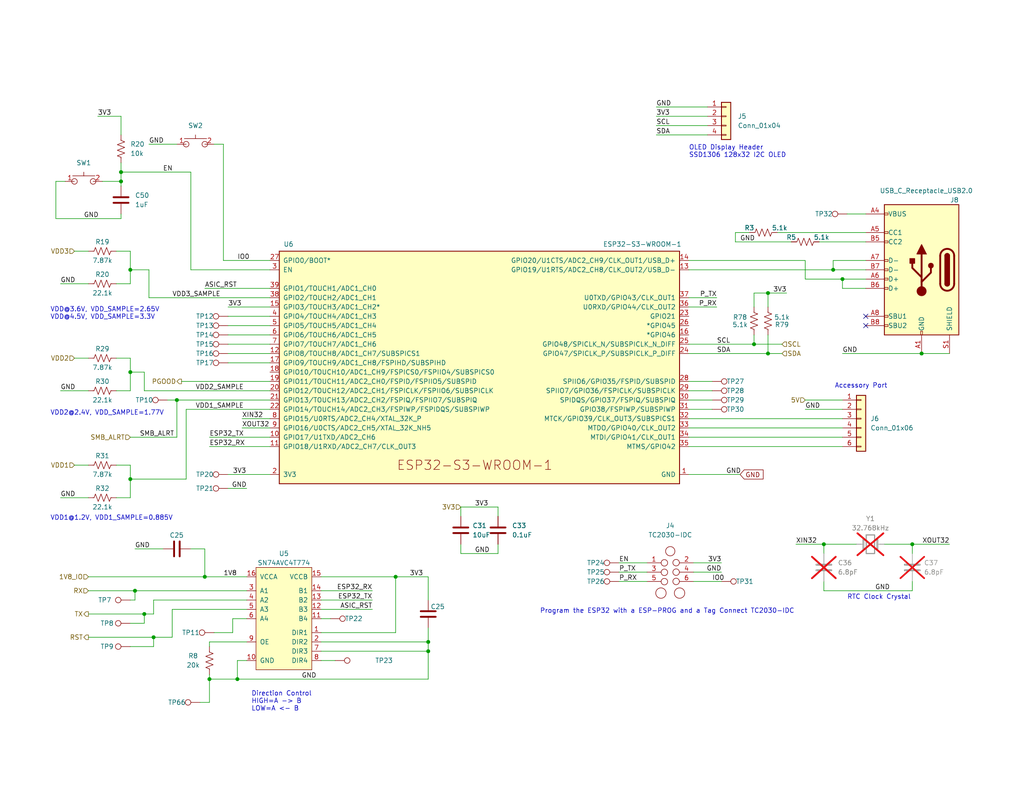
<source format=kicad_sch>
(kicad_sch (version 20231120) (generator "eeschema") (generator_version "8.0")
  (paper "A")
  (title_block (title "bitaxeHex") (date "2024-03-09") (rev "304"))
  (lib_symbols
    (symbol "Connector:TestPoint" (pin_numbers hide) (pin_names (offset 0.762) hide)
      (property "Reference" "TP" (at 0 6.858 0))
      (property "Value" "TestPoint" (at 0 5.08 0))
      (symbol "TestPoint_0_1"
        (circle (center 0 3.302) (radius 0.762))
      )
      (symbol "TestPoint_1_1"
        (pin passive line (at 0 0 90) (length 2.54) (name "1") (number "1"))
      )
    )
    (symbol "Connector:USB_C_Receptacle_USB2.0" (pin_names (offset 1.016))
      (property "Reference" "J" (at -10.16 19.05 0))
      (property "Value" "USB_C_Receptacle_USB2.0" (at 19.05 19.05 0))
      (symbol "USB_C_Receptacle_USB2.0_0_0"
        (rectangle (start -0.254 -17.78) (end 0.254 -16.764))
        (rectangle (start 10.16 -14.986) (end 9.144 -15.494))
        (rectangle (start 10.16 -12.446) (end 9.144 -12.954))
        (rectangle (start 10.16 -4.826) (end 9.144 -5.334))
        (rectangle (start 10.16 -2.286) (end 9.144 -2.794))
        (rectangle (start 10.16 0.254) (end 9.144 -0.254))
        (rectangle (start 10.16 2.794) (end 9.144 2.286))
        (rectangle (start 10.16 7.874) (end 9.144 7.366))
        (rectangle (start 10.16 10.414) (end 9.144 9.906))
        (rectangle (start 10.16 15.494) (end 9.144 14.986))
      )
      (symbol "USB_C_Receptacle_USB2.0_0_1"
        (rectangle (start -10.16 17.78) (end 10.16 -17.78) (stroke (width 0.254)) (fill (type background)))
        (arc (start -8.89 -3.81) (mid -6.985 -5.7067) (end -5.08 -3.81) (stroke (width 0.508)))
        (arc (start -7.62 -3.81) (mid -6.985 -4.4423) (end -6.35 -3.81) (stroke (width 0.254)))
        (arc (start -7.62 -3.81) (mid -6.985 -4.4423) (end -6.35 -3.81) (stroke (width 0.254)) (fill (type outline)))
        (rectangle (start -7.62 -3.81) (end -6.35 3.81) (stroke (width 0.254)) (fill (type outline)))
        (arc (start -6.35 3.81) (mid -6.985 4.4423) (end -7.62 3.81) (stroke (width 0.254)))
        (arc (start -6.35 3.81) (mid -6.985 4.4423) (end -7.62 3.81) (stroke (width 0.254)) (fill (type outline)))
        (arc (start -5.08 3.81) (mid -6.985 5.7067) (end -8.89 3.81) (stroke (width 0.508)))
        (circle (center -2.54 1.143) (radius 0.635) (stroke (width 0.254)) (fill (type outline)))
        (circle (center 0 -5.842) (radius 1.27) (fill (type outline)))
        (polyline (pts (xy -8.89 -3.81) (xy -8.89 3.81)) (stroke (width 0.508)))
        (polyline (pts (xy -5.08 3.81) (xy -5.08 -3.81)) (stroke (width 0.508)))
        (polyline (pts (xy 0 -5.842) (xy 0 4.318)) (stroke (width 0.508)))
        (polyline (pts (xy 0 -3.302) (xy -2.54 -0.762) (xy -2.54 0.508)) (stroke (width 0.508)))
        (polyline (pts (xy 0 -2.032) (xy 2.54 0.508) (xy 2.54 1.778)) (stroke (width 0.508)))
        (polyline (pts (xy -1.27 4.318) (xy 0 6.858) (xy 1.27 4.318) (xy -1.27 4.318)) (stroke (width 0.254)) (fill (type outline)))
        (rectangle (start 1.905 1.778) (end 3.175 3.048) (stroke (width 0.254)) (fill (type outline)))
      )
      (symbol "USB_C_Receptacle_USB2.0_1_1"
        (pin passive line (at 0 -22.86 90) (length 5.08) (name "GND") (number "A1"))
        (pin passive line (at 0 -22.86 90) (length 5.08) hide (name "GND") (number "A12"))
        (pin passive line (at 15.24 15.24 180) (length 5.08) (name "VBUS") (number "A4"))
        (pin bidirectional line (at 15.24 10.16 180) (length 5.08) (name "CC1") (number "A5"))
        (pin bidirectional line (at 15.24 -2.54 180) (length 5.08) (name "D+") (number "A6"))
        (pin bidirectional line (at 15.24 2.54 180) (length 5.08) (name "D-") (number "A7"))
        (pin bidirectional line (at 15.24 -12.7 180) (length 5.08) (name "SBU1") (number "A8"))
        (pin passive line (at 15.24 15.24 180) (length 5.08) hide (name "VBUS") (number "A9"))
        (pin passive line (at 0 -22.86 90) (length 5.08) hide (name "GND") (number "B1"))
        (pin passive line (at 0 -22.86 90) (length 5.08) hide (name "GND") (number "B12"))
        (pin passive line (at 15.24 15.24 180) (length 5.08) hide (name "VBUS") (number "B4"))
        (pin bidirectional line (at 15.24 7.62 180) (length 5.08) (name "CC2") (number "B5"))
        (pin bidirectional line (at 15.24 -5.08 180) (length 5.08) (name "D+") (number "B6"))
        (pin bidirectional line (at 15.24 0 180) (length 5.08) (name "D-") (number "B7"))
        (pin bidirectional line (at 15.24 -15.24 180) (length 5.08) (name "SBU2") (number "B8"))
        (pin passive line (at 15.24 15.24 180) (length 5.08) hide (name "VBUS") (number "B9"))
        (pin passive line (at -7.62 -22.86 90) (length 5.08) (name "SHIELD") (number "S1"))
      )
    )
    (symbol "Connector_Generic:Conn_01x04" (pin_names (offset 1.016) hide)
      (property "Reference" "J" (at 0 5.08 0))
      (property "Value" "Conn_01x04" (at 0 -7.62 0))
      (symbol "Conn_01x04_1_1"
        (rectangle (start -1.27 -4.953) (end 0 -5.207) (stroke (width 0.1524)))
        (rectangle (start -1.27 -2.413) (end 0 -2.667) (stroke (width 0.1524)))
        (rectangle (start -1.27 0.127) (end 0 -0.127) (stroke (width 0.1524)))
        (rectangle (start -1.27 2.667) (end 0 2.413) (stroke (width 0.1524)))
        (rectangle (start -1.27 3.81) (end 1.27 -6.35) (stroke (width 0.254)) (fill (type background)))
        (pin passive line (at -5.08 2.54 0) (length 3.81) (name "Pin_1") (number "1"))
        (pin passive line (at -5.08 0 0) (length 3.81) (name "Pin_2") (number "2"))
        (pin passive line (at -5.08 -2.54 0) (length 3.81) (name "Pin_3") (number "3"))
        (pin passive line (at -5.08 -5.08 0) (length 3.81) (name "Pin_4") (number "4"))
      )
    )
    (symbol "Connector_Generic:Conn_01x06" (pin_names (offset 1.016) hide)
      (property "Reference" "J" (at 0 7.62 0))
      (property "Value" "Conn_01x06" (at 0 -10.16 0))
      (symbol "Conn_01x06_1_1"
        (rectangle (start -1.27 -7.493) (end 0 -7.747) (stroke (width 0.1524)))
        (rectangle (start -1.27 -4.953) (end 0 -5.207) (stroke (width 0.1524)))
        (rectangle (start -1.27 -2.413) (end 0 -2.667) (stroke (width 0.1524)))
        (rectangle (start -1.27 0.127) (end 0 -0.127) (stroke (width 0.1524)))
        (rectangle (start -1.27 2.667) (end 0 2.413) (stroke (width 0.1524)))
        (rectangle (start -1.27 5.207) (end 0 4.953) (stroke (width 0.1524)))
        (rectangle (start -1.27 6.35) (end 1.27 -8.89) (stroke (width 0.254)) (fill (type background)))
        (pin passive line (at -5.08 5.08 0) (length 3.81) (name "Pin_1") (number "1"))
        (pin passive line (at -5.08 2.54 0) (length 3.81) (name "Pin_2") (number "2"))
        (pin passive line (at -5.08 0 0) (length 3.81) (name "Pin_3") (number "3"))
        (pin passive line (at -5.08 -2.54 0) (length 3.81) (name "Pin_4") (number "4"))
        (pin passive line (at -5.08 -5.08 0) (length 3.81) (name "Pin_5") (number "5"))
        (pin passive line (at -5.08 -7.62 0) (length 3.81) (name "Pin_6") (number "6"))
      )
    )
    (symbol "Device:C" (pin_numbers hide) (pin_names (offset 0.254))
      (property "Reference" "C" (at 0.635 2.54 0))
      (property "Value" "C" (at 0.635 -2.54 0))
      (symbol "C_0_1"
        (polyline (pts (xy -2.032 -0.762) (xy 2.032 -0.762)) (stroke (width 0.508)))
        (polyline (pts (xy -2.032 0.762) (xy 2.032 0.762)) (stroke (width 0.508)))
      )
      (symbol "C_1_1"
        (pin passive line (at 0 3.81 270) (length 2.794) (name "~") (number "1"))
        (pin passive line (at 0 -3.81 90) (length 2.794) (name "~") (number "2"))
      )
    )
    (symbol "Device:Crystal" (pin_numbers hide) (pin_names (offset 1.016) hide)
      (property "Reference" "Y" (at 0 3.81 0))
      (property "Value" "Crystal" (at 0 -3.81 0))
      (symbol "Crystal_0_1"
        (rectangle (start -1.143 2.54) (end 1.143 -2.54) (stroke (width 0.3048)))
        (polyline (pts (xy -2.54 0) (xy -1.905 0)))
        (polyline (pts (xy -1.905 -1.27) (xy -1.905 1.27)) (stroke (width 0.508)))
        (polyline (pts (xy 1.905 -1.27) (xy 1.905 1.27)) (stroke (width 0.508)))
        (polyline (pts (xy 2.54 0) (xy 1.905 0)))
      )
      (symbol "Crystal_1_1"
        (pin passive line (at -3.81 0 0) (length 1.27) (name "1") (number "1"))
        (pin passive line (at 3.81 0 180) (length 1.27) (name "2") (number "2"))
      )
    )
    (symbol "Device:R_US" (pin_numbers hide) (pin_names (offset 0))
      (property "Reference" "R" (at 2.54 0 90))
      (property "Value" "R_US" (at -2.54 0 90))
      (symbol "R_US_0_1"
        (polyline (pts (xy 0 -2.286) (xy 0 -2.54)))
        (polyline (pts (xy 0 2.286) (xy 0 2.54)))
        (polyline (pts (xy 0 -0.762) (xy 1.016 -1.143) (xy 0 -1.524) (xy -1.016 -1.905) (xy 0 -2.286)))
        (polyline (pts (xy 0 0.762) (xy 1.016 0.381) (xy 0 0) (xy -1.016 -0.381) (xy 0 -0.762)))
        (polyline (pts (xy 0 2.286) (xy 1.016 1.905) (xy 0 1.524) (xy -1.016 1.143) (xy 0 0.762)))
      )
      (symbol "R_US_1_1"
        (pin passive line (at 0 3.81 270) (length 1.27) (name "~") (number "1"))
        (pin passive line (at 0 -3.81 90) (length 1.27) (name "~") (number "2"))
      )
    )
    (symbol "bitaxe:ESP32-S3-WROOM-1" (pin_names (offset 1.016))
      (property "Reference" "U12" (at -50.8 34.925 0))
      (property "Value" "ESP32-S3-WROOM-1" (at 45.72 34.925 0))
      (symbol "ESP32-S3-WROOM-1_0_0"
        (rectangle (start -53.34 33.02) (end 55.88 -30.48) (stroke (width 0.254)) (fill (type background)))
        (text "ESP32-S3-WROOM-1" (at 0 -25.4 0) (effects (font (size 2.54 2.54))))
        (pin power_in line (at 58.42 -27.94 180) (length 2.54) (name "GND") (number "1"))
        (pin bidirectional line (at -55.88 -17.78 0) (length 2.54) (name "GPIO17/U1TXD/ADC2_CH6") (number "10"))
        (pin bidirectional line (at -55.88 -20.32 0) (length 2.54) (name "GPIO18/U1RXD/ADC2_CH7/CLK_OUT3") (number "11"))
        (pin bidirectional line (at -55.88 5.08 0) (length 2.54) (name "GPIO8/TOUCH8/ADC1_CH7/SUBSPICS1") (number "12"))
        (pin bidirectional line (at 58.42 27.94 180) (length 2.54) (name "GPIO19/U1RTS/ADC2_CH8/CLK_OUT2/USB_D-") (number "13"))
        (pin bidirectional line (at 58.42 30.48 180) (length 2.54) (name "GPIO20/U1CTS/ADC2_CH9/CLK_OUT1/USB_D+") (number "14"))
        (pin bidirectional line (at -55.88 17.78 0) (length 2.54) (name "GPIO3/TOUCH3/ADC1_CH2*") (number "15"))
        (pin bidirectional line (at 58.42 10.16 180) (length 2.54) (name "*GPIO46") (number "16"))
        (pin bidirectional line (at -55.88 2.54 0) (length 2.54) (name "GPIO9/TOUCH9/ADC1_CH8/FSPIHD/SUBSPIHD") (number "17"))
        (pin bidirectional line (at -55.88 0 0) (length 2.54) (name "GPIO10/TOUCH10/ADC1_CH9/FSPICS0/FSPIIO4/SUBSPICS0") (number "18"))
        (pin bidirectional line (at -55.88 -2.54 0) (length 2.54) (name "GPIO11/TOUCH11/ADC2_CH0/FSPID/FSPIIO5/SUBSPID") (number "19"))
        (pin power_in line (at -55.88 -27.94 0) (length 2.54) (name "3V3") (number "2"))
        (pin bidirectional line (at -55.88 -5.08 0) (length 2.54) (name "GPIO12/TOUCH12/ADC2_CH1/FSPICLK/FSPIIO6/SUBSPICLK") (number "20"))
        (pin bidirectional line (at -55.88 -7.62 0) (length 2.54) (name "GPIO13/TOUCH13/ADC2_CH2/FSPIQ/FSPIIO7/SUBSPIQ") (number "21"))
        (pin bidirectional line (at -55.88 -10.16 0) (length 2.54) (name "GPIO14/TOUCH14/ADC2_CH3/FSPIWP/FSPIDQS/SUBSPIWP") (number "22"))
        (pin bidirectional line (at 58.42 15.24 180) (length 2.54) (name "GPIO21") (number "23"))
        (pin bidirectional line (at 58.42 5.08 180) (length 2.54) (name "GPIO47/SPICLK_P/SUBSPICLK_P_DIFF") (number "24"))
        (pin bidirectional line (at 58.42 7.62 180) (length 2.54) (name "GPIO48/SPICLK_N/SUBSPICLK_N_DIFF") (number "25"))
        (pin bidirectional line (at 58.42 12.7 180) (length 2.54) (name "*GPIO45") (number "26"))
        (pin bidirectional line (at -55.88 30.48 0) (length 2.54) (name "GPIO0/BOOT*") (number "27"))
        (pin bidirectional line (at 58.42 -2.54 180) (length 2.54) (name "SPIIO6/GPIO35/FSPID/SUBSPID") (number "28"))
        (pin bidirectional line (at 58.42 -5.08 180) (length 2.54) (name "SPIIO7/GPIO36/FSPICLK/SUBSPICLK") (number "29"))
        (pin input line (at -55.88 27.94 0) (length 2.54) (name "EN") (number "3"))
        (pin bidirectional line (at 58.42 -7.62 180) (length 2.54) (name "SPIDQS/GPIO37/FSPIQ/SUBSPIQ") (number "30"))
        (pin bidirectional line (at 58.42 -10.16 180) (length 2.54) (name "GPIO38/FSPIWP/SUBSPIWP") (number "31"))
        (pin bidirectional line (at 58.42 -12.7 180) (length 2.54) (name "MTCK/GPIO39/CLK_OUT3/SUBSPICS1") (number "32"))
        (pin bidirectional line (at 58.42 -15.24 180) (length 2.54) (name "MTDO/GPIO40/CLK_OUT2") (number "33"))
        (pin bidirectional line (at 58.42 -17.78 180) (length 2.54) (name "MTDI/GPIO41/CLK_OUT1") (number "34"))
        (pin bidirectional line (at 58.42 -20.32 180) (length 2.54) (name "MTMS/GPIO42") (number "35"))
        (pin bidirectional line (at 58.42 17.78 180) (length 2.54) (name "U0RXD/GPIO44/CLK_OUT2") (number "36"))
        (pin bidirectional line (at 58.42 20.32 180) (length 2.54) (name "U0TXD/GPIO43/CLK_OUT1") (number "37"))
        (pin bidirectional line (at -55.88 20.32 0) (length 2.54) (name "GPIO2/TOUCH2/ADC1_CH1") (number "38"))
        (pin bidirectional line (at -55.88 22.86 0) (length 2.54) (name "GPIO1/TOUCH1/ADC1_CH0") (number "39"))
        (pin bidirectional line (at -55.88 15.24 0) (length 2.54) (name "GPIO4/TOUCH4/ADC1_CH3") (number "4"))
        (pin passive line (at 58.42 -27.94 180) (length 2.54) hide (name "GND") (number "40"))
        (pin passive line (at 58.42 -27.94 180) (length 2.54) hide (name "GND") (number "41"))
        (pin bidirectional line (at -55.88 12.7 0) (length 2.54) (name "GPIO5/TOUCH5/ADC1_CH4") (number "5"))
        (pin bidirectional line (at -55.88 10.16 0) (length 2.54) (name "GPIO6/TOUCH6/ADC1_CH5") (number "6"))
        (pin bidirectional line (at -55.88 7.62 0) (length 2.54) (name "GPIO7/TOUCH7/ADC1_CH6") (number "7"))
        (pin bidirectional line (at -55.88 -12.7 0) (length 2.54) (name "GPIO15/U0RTS/ADC2_CH4/XTAL_32K_P") (number "8"))
        (pin bidirectional line (at -55.88 -15.24 0) (length 2.54) (name "GPIO16/U0CTS/ADC2_CH5/XTAL_32K_NH5") (number "9"))
      )
    )
    (symbol "bitaxe:SN74AVC4T774" (pin_names (offset 1.016))
      (property "Reference" "U" (at -6.35 12.7 0))
      (property "Value" "SN74AVC4T774" (at -7.62 -19.05 0))
      (symbol "SN74AVC4T774_0_0"
        (rectangle (start -7.62 11.43) (end 7.62 -16.51) (stroke (width 0.1524)) (fill (type background)))
      )
      (symbol "SN74AVC4T774_1_0"
        (pin input line (at 10.16 -6.35 180) (length 2.54) (name "DIR1") (number "1"))
        (pin power_in line (at -10.16 -13.97 0) (length 2.54) (name "GND") (number "10"))
        (pin bidirectional line (at 10.16 -2.54 180) (length 2.54) (name "B4") (number "11"))
        (pin bidirectional line (at 10.16 0 180) (length 2.54) (name "B3") (number "12"))
        (pin bidirectional line (at 10.16 2.54 180) (length 2.54) (name "B2") (number "13"))
        (pin bidirectional line (at 10.16 5.08 180) (length 2.54) (name "B1") (number "14"))
        (pin power_in line (at 10.16 8.89 180) (length 2.54) (name "VCCB") (number "15"))
        (pin power_in line (at -10.16 8.89 0) (length 2.54) (name "VCCA") (number "16"))
        (pin input line (at 10.16 -8.89 180) (length 2.54) (name "DIR2") (number "2"))
        (pin bidirectional line (at -10.16 5.08 0) (length 2.54) (name "A1") (number "3"))
        (pin bidirectional line (at -10.16 2.54 0) (length 2.54) (name "A2") (number "4"))
        (pin bidirectional line (at -10.16 0 0) (length 2.54) (name "A3") (number "5"))
        (pin bidirectional line (at -10.16 -2.54 0) (length 2.54) (name "A4") (number "6"))
        (pin input line (at 10.16 -11.43 180) (length 2.54) (name "DIR3") (number "7"))
        (pin input line (at 10.16 -13.97 180) (length 2.54) (name "DIR4") (number "8"))
        (pin input line (at -10.16 -8.89 0) (length 2.54) (name "OE") (number "9"))
      )
    )
    (symbol "bitaxe:SWITCH-SPST"
      (property "Reference" "SW1" (at 0 3.81 0))
      (symbol "SWITCH-SPST_0_1"
        (circle (center -2.54 0) (radius 0.76))
        (polyline (pts (xy -3.05 1.52) (xy 3.05 1.52)))
        (polyline (pts (xy 0 1.52) (xy 0 2.54)))
        (circle (center 2.54 0) (radius 0.76))
        (pin unspecified line (at -5.08 0 0) (length 2.54) (name "~") (number "1"))
        (pin unspecified line (at 5.08 0 180) (length 2.54) (name "~") (number "2"))
      )
    )
    (symbol "bitaxe:TC2030-IDC-NL" (pin_names (offset 1.016) hide)
      (property "Reference" "J5" (at 0 12.7 0))
      (property "Value" "TC2030-IDC" (at 0 10.16 0))
      (symbol "TC2030-IDC-NL_0_1"
        (circle (center -2.54 -5.715) (radius 1.4224))
        (circle (center -1.6002 2.54) (radius 0.889))
        (circle (center 0 5.715) (radius 1.27))
      )
      (symbol "TC2030-IDC-NL_1_1"
        (circle (center -1.6002 -2.5908) (radius 0.889))
        (circle (center -1.6002 -0.0508) (radius 0.889))
        (circle (center 1.6002 -2.54) (radius 0.889))
        (circle (center 1.6002 0) (radius 0.889))
        (circle (center 1.6002 2.5908) (radius 0.889))
        (circle (center 2.54 -5.715) (radius 1.4224))
        (pin passive line (at -6.35 2.54 0) (length 3.81) (name "Pin_1") (number "1"))
        (pin passive line (at 6.35 2.54 180) (length 3.81) (name "Pin_2") (number "2"))
        (pin passive line (at -6.35 0 0) (length 3.81) (name "Pin_3") (number "3"))
        (pin passive line (at 6.35 0 180) (length 3.81) (name "Pin_4") (number "4"))
        (pin passive line (at -6.35 -2.54 0) (length 3.81) (name "Pin_5") (number "5"))
        (pin passive line (at 6.35 -2.54 180) (length 3.81) (name "Pin_6") (number "6"))
      )
    )
  )
  (junction (at 33.02 46.99))
  (junction (at 224.79 148.59))
  (junction (at 116.84 177.8))
  (junction (at 107.95 157.48))
  (junction (at 41.91 173.99))
  (junction (at 205.74 93.98))
  (junction (at 116.84 175.26))
  (junction (at 35.56 130.81))
  (junction (at 209.55 80.01))
  (junction (at 251.46 96.52))
  (junction (at 39.37 167.64))
  (junction (at 35.56 101.6))
  (junction (at 248.92 148.59))
  (junction (at 64.77 185.42))
  (junction (at 209.55 96.52))
  (junction (at 57.15 185.42))
  (junction (at 35.56 73.66))
  (junction (at 36.83 161.29))
  (junction (at 229.87 76.2))
  (junction (at 33.02 49.53))
  (junction (at 48.26 109.22))
  (junction (at 55.88 157.48))
  (junction (at 227.33 73.66))
  (no_connect (at 236.22 86.36))
  (no_connect (at 236.22 88.9))
  (wire (pts (xy 50.8 111.76) (xy 50.8 130.81)))
  (wire (pts (xy 107.95 157.48) (xy 116.84 157.48)))
  (wire (pts (xy 58.42 39.37) (xy 60.96 39.37)))
  (wire (pts (xy 57.15 191.77) (xy 57.15 185.42)))
  (wire (pts (xy 40.64 39.37) (xy 48.26 39.37)))
  (wire (pts (xy 54.61 191.77) (xy 57.15 191.77)))
  (wire (pts (xy 219.71 111.76) (xy 229.87 111.76)))
  (wire (pts (xy 33.02 58.42) (xy 33.02 59.69)))
  (wire (pts (xy 187.96 129.54) (xy 201.93 129.54)))
  (wire (pts (xy 64.77 185.42) (xy 116.84 185.42)))
  (wire (pts (xy 67.31 175.26) (xy 57.15 175.26)))
  (wire (pts (xy 35.56 135.89) (xy 31.75 135.89)))
  (wire (pts (xy 116.84 177.8) (xy 116.84 185.42)))
  (wire (pts (xy 16.51 106.68) (xy 24.13 106.68)))
  (wire (pts (xy 67.31 180.34) (xy 64.77 180.34)))
  (wire (pts (xy 15.24 59.69) (xy 33.02 59.69)))
  (wire (pts (xy 35.56 77.47) (xy 31.75 77.47)))
  (wire (pts (xy 26.67 31.75) (xy 33.02 31.75)))
  (wire (pts (xy 87.63 157.48) (xy 107.95 157.48)))
  (wire (pts (xy 187.96 71.12) (xy 219.71 71.12)))
  (wire (pts (xy 52.07 46.99) (xy 33.02 46.99)))
  (wire (pts (xy 35.56 68.58) (xy 35.56 73.66)))
  (wire (pts (xy 241.3 148.59) (xy 248.92 148.59)))
  (wire (pts (xy 62.23 88.9) (xy 73.66 88.9)))
  (wire (pts (xy 189.23 156.21) (xy 196.85 156.21)))
  (wire (pts (xy 36.83 161.29) (xy 67.31 161.29)))
  (wire (pts (xy 187.96 111.76) (xy 194.31 111.76)))
  (wire (pts (xy 20.32 127) (xy 24.13 127)))
  (wire (pts (xy 209.55 80.01) (xy 214.63 80.01)))
  (wire (pts (xy 209.55 80.01) (xy 209.55 83.82)))
  (wire (pts (xy 224.79 161.29) (xy 224.79 158.75)))
  (wire (pts (xy 50.8 130.81) (xy 35.56 130.81)))
  (wire (pts (xy 35.56 97.79) (xy 35.56 101.6)))
  (wire (pts (xy 229.87 78.74) (xy 236.22 78.74)))
  (wire (pts (xy 205.74 83.82) (xy 205.74 80.01)))
  (wire (pts (xy 251.46 96.52) (xy 259.08 96.52)))
  (wire (pts (xy 31.75 127) (xy 35.56 127)))
  (wire (pts (xy 63.5 168.91) (xy 67.31 168.91)))
  (wire (pts (xy 189.23 153.67) (xy 196.85 153.67)))
  (wire (pts (xy 87.63 161.29) (xy 101.6 161.29)))
  (wire (pts (xy 60.96 71.12) (xy 73.66 71.12)))
  (wire (pts (xy 33.02 49.53) (xy 33.02 50.8)))
  (wire (pts (xy 205.74 93.98) (xy 213.36 93.98)))
  (wire (pts (xy 36.83 163.83) (xy 36.83 161.29)))
  (wire (pts (xy 227.33 73.66) (xy 236.22 73.66)))
  (wire (pts (xy 62.23 86.36) (xy 73.66 86.36)))
  (wire (pts (xy 200.66 63.5) (xy 204.47 63.5)))
  (wire (pts (xy 229.87 96.52) (xy 251.46 96.52)))
  (wire (pts (xy 229.87 76.2) (xy 229.87 78.74)))
  (wire (pts (xy 87.63 175.26) (xy 116.84 175.26)))
  (wire (pts (xy 48.26 109.22) (xy 48.26 119.38)))
  (wire (pts (xy 219.71 76.2) (xy 229.87 76.2)))
  (wire (pts (xy 125.73 138.43) (xy 125.73 140.97)))
  (wire (pts (xy 39.37 106.68) (xy 39.37 101.6)))
  (wire (pts (xy 248.92 148.59) (xy 259.08 148.59)))
  (wire (pts (xy 66.04 114.3) (xy 73.66 114.3)))
  (wire (pts (xy 87.63 166.37) (xy 101.6 166.37)))
  (wire (pts (xy 35.56 130.81) (xy 35.56 135.89)))
  (wire (pts (xy 187.96 73.66) (xy 227.33 73.66)))
  (wire (pts (xy 87.63 163.83) (xy 101.6 163.83)))
  (wire (pts (xy 187.96 121.92) (xy 229.87 121.92)))
  (wire (pts (xy 45.72 109.22) (xy 48.26 109.22)))
  (wire (pts (xy 35.56 176.53) (xy 41.91 176.53)))
  (wire (pts (xy 58.42 172.72) (xy 63.5 172.72)))
  (wire (pts (xy 217.17 148.59) (xy 224.79 148.59)))
  (wire (pts (xy 116.84 175.26) (xy 116.84 177.8)))
  (wire (pts (xy 224.79 161.29) (xy 248.92 161.29)))
  (wire (pts (xy 41.91 167.64) (xy 39.37 167.64)))
  (wire (pts (xy 224.79 148.59) (xy 224.79 151.13)))
  (wire (pts (xy 20.32 68.58) (xy 24.13 68.58)))
  (wire (pts (xy 219.71 109.22) (xy 229.87 109.22)))
  (wire (pts (xy 35.56 101.6) (xy 35.56 106.68)))
  (wire (pts (xy 67.31 163.83) (xy 41.91 163.83)))
  (wire (pts (xy 16.51 77.47) (xy 24.13 77.47)))
  (wire (pts (xy 189.23 158.75) (xy 196.85 158.75)))
  (wire (pts (xy 60.96 39.37) (xy 60.96 71.12)))
  (wire (pts (xy 179.07 34.29) (xy 193.04 34.29)))
  (wire (pts (xy 57.15 175.26) (xy 57.15 176.53)))
  (wire (pts (xy 62.23 91.44) (xy 73.66 91.44)))
  (wire (pts (xy 200.66 66.04) (xy 200.66 63.5)))
  (wire (pts (xy 66.04 116.84) (xy 73.66 116.84)))
  (wire (pts (xy 41.91 173.99) (xy 24.13 173.99)))
  (wire (pts (xy 187.96 114.3) (xy 229.87 114.3)))
  (wire (pts (xy 15.24 49.53) (xy 15.24 59.69)))
  (wire (pts (xy 187.96 109.22) (xy 194.31 109.22)))
  (wire (pts (xy 209.55 96.52) (xy 213.36 96.52)))
  (wire (pts (xy 35.56 170.18) (xy 39.37 170.18)))
  (wire (pts (xy 52.07 149.86) (xy 55.88 149.86)))
  (wire (pts (xy 27.94 49.53) (xy 33.02 49.53)))
  (wire (pts (xy 35.56 127) (xy 35.56 130.81)))
  (wire (pts (xy 135.89 148.59) (xy 135.89 151.13)))
  (wire (pts (xy 73.66 81.28) (xy 40.64 81.28)))
  (wire (pts (xy 87.63 180.34) (xy 91.44 180.34)))
  (wire (pts (xy 224.79 148.59) (xy 233.68 148.59)))
  (wire (pts (xy 168.91 158.75) (xy 176.53 158.75)))
  (wire (pts (xy 87.63 168.91) (xy 90.17 168.91)))
  (wire (pts (xy 20.32 97.79) (xy 24.13 97.79)))
  (wire (pts (xy 36.83 149.86) (xy 44.45 149.86)))
  (wire (pts (xy 40.64 73.66) (xy 35.56 73.66)))
  (wire (pts (xy 16.51 135.89) (xy 24.13 135.89)))
  (wire (pts (xy 35.56 73.66) (xy 35.56 77.47)))
  (wire (pts (xy 35.56 106.68) (xy 31.75 106.68)))
  (wire (pts (xy 39.37 167.64) (xy 24.13 167.64)))
  (wire (pts (xy 179.07 36.83) (xy 193.04 36.83)))
  (wire (pts (xy 62.23 133.35) (xy 67.31 133.35)))
  (wire (pts (xy 57.15 185.42) (xy 57.15 184.15)))
  (wire (pts (xy 48.26 109.22) (xy 73.66 109.22)))
  (wire (pts (xy 31.75 97.79) (xy 35.56 97.79)))
  (wire (pts (xy 62.23 96.52) (xy 73.66 96.52)))
  (wire (pts (xy 55.88 78.74) (xy 73.66 78.74)))
  (wire (pts (xy 50.8 111.76) (xy 73.66 111.76)))
  (wire (pts (xy 227.33 71.12) (xy 227.33 73.66)))
  (wire (pts (xy 205.74 91.44) (xy 205.74 93.98)))
  (wire (pts (xy 33.02 31.75) (xy 33.02 36.83)))
  (wire (pts (xy 209.55 91.44) (xy 209.55 96.52)))
  (wire (pts (xy 187.96 81.28) (xy 195.58 81.28)))
  (wire (pts (xy 219.71 76.2) (xy 219.71 71.12)))
  (wire (pts (xy 229.87 76.2) (xy 236.22 76.2)))
  (wire (pts (xy 168.91 156.21) (xy 176.53 156.21)))
  (wire (pts (xy 62.23 83.82) (xy 73.66 83.82)))
  (wire (pts (xy 73.66 73.66) (xy 52.07 73.66)))
  (wire (pts (xy 17.78 49.53) (xy 15.24 49.53)))
  (wire (pts (xy 187.96 106.68) (xy 194.31 106.68)))
  (wire (pts (xy 116.84 171.45) (xy 116.84 175.26)))
  (wire (pts (xy 248.92 148.59) (xy 248.92 151.13)))
  (wire (pts (xy 57.15 121.92) (xy 73.66 121.92)))
  (wire (pts (xy 55.88 149.86) (xy 55.88 157.48)))
  (wire (pts (xy 57.15 119.38) (xy 73.66 119.38)))
  (wire (pts (xy 33.02 44.45) (xy 33.02 46.99)))
  (wire (pts (xy 125.73 151.13) (xy 125.73 148.59)))
  (wire (pts (xy 168.91 153.67) (xy 176.53 153.67)))
  (wire (pts (xy 187.96 116.84) (xy 229.87 116.84)))
  (wire (pts (xy 46.99 166.37) (xy 46.99 173.99)))
  (wire (pts (xy 215.9 66.04) (xy 200.66 66.04)))
  (wire (pts (xy 49.53 104.14) (xy 73.66 104.14)))
  (wire (pts (xy 135.89 140.97) (xy 135.89 138.43)))
  (wire (pts (xy 62.23 99.06) (xy 73.66 99.06)))
  (wire (pts (xy 135.89 151.13) (xy 125.73 151.13)))
  (wire (pts (xy 212.09 63.5) (xy 236.22 63.5)))
  (wire (pts (xy 41.91 163.83) (xy 41.91 167.64)))
  (wire (pts (xy 35.56 163.83) (xy 36.83 163.83)))
  (wire (pts (xy 46.99 173.99) (xy 41.91 173.99)))
  (wire (pts (xy 39.37 170.18) (xy 39.37 167.64)))
  (wire (pts (xy 87.63 177.8) (xy 116.84 177.8)))
  (wire (pts (xy 116.84 157.48) (xy 116.84 163.83)))
  (wire (pts (xy 187.96 83.82) (xy 195.58 83.82)))
  (wire (pts (xy 64.77 185.42) (xy 57.15 185.42)))
  (wire (pts (xy 107.95 172.72) (xy 107.95 157.48)))
  (wire (pts (xy 62.23 129.54) (xy 73.66 129.54)))
  (wire (pts (xy 248.92 158.75) (xy 248.92 161.29)))
  (wire (pts (xy 39.37 106.68) (xy 73.66 106.68)))
  (wire (pts (xy 31.75 68.58) (xy 35.56 68.58)))
  (wire (pts (xy 187.96 96.52) (xy 209.55 96.52)))
  (wire (pts (xy 24.13 161.29) (xy 36.83 161.29)))
  (wire (pts (xy 35.56 119.38) (xy 48.26 119.38)))
  (wire (pts (xy 223.52 66.04) (xy 236.22 66.04)))
  (wire (pts (xy 179.07 31.75) (xy 193.04 31.75)))
  (wire (pts (xy 231.14 58.42) (xy 236.22 58.42)))
  (wire (pts (xy 55.88 157.48) (xy 67.31 157.48)))
  (wire (pts (xy 41.91 176.53) (xy 41.91 173.99)))
  (wire (pts (xy 236.22 71.12) (xy 227.33 71.12)))
  (wire (pts (xy 40.64 81.28) (xy 40.64 73.66)))
  (wire (pts (xy 205.74 80.01) (xy 209.55 80.01)))
  (wire (pts (xy 187.96 104.14) (xy 194.31 104.14)))
  (wire (pts (xy 187.96 93.98) (xy 205.74 93.98)))
  (wire (pts (xy 63.5 172.72) (xy 63.5 168.91)))
  (wire (pts (xy 67.31 166.37) (xy 46.99 166.37)))
  (wire (pts (xy 62.23 93.98) (xy 73.66 93.98)))
  (wire (pts (xy 24.13 157.48) (xy 55.88 157.48)))
  (wire (pts (xy 33.02 46.99) (xy 33.02 49.53)))
  (wire (pts (xy 52.07 73.66) (xy 52.07 46.99)))
  (wire (pts (xy 39.37 101.6) (xy 35.56 101.6)))
  (wire (pts (xy 187.96 119.38) (xy 229.87 119.38)))
  (wire (pts (xy 64.77 180.34) (xy 64.77 185.42)))
  (wire (pts (xy 87.63 172.72) (xy 107.95 172.72)))
  (wire (pts (xy 179.07 29.21) (xy 193.04 29.21)))
  (wire (pts (xy 135.89 138.43) (xy 125.73 138.43)))
  (text "OLED Display Header\nSSD1306 128x32 I2C OLED" (at 187.96 43.18 0) (effects (font (size 1.27 1.27)) (justify left bottom)))
  (text "RTC Clock Crystal" (at 231.14 163.83 0) (effects (font (size 1.27 1.27)) (justify left bottom)))
  (text "Accessory Port" (at 234.95 105.41 0) (effects (font (size 1.27 1.27))))
  (text "Program the ESP32 with a ESP-PROG and a Tag Connect TC2030-IDC" (at 147.32 167.64 0) (effects (font (size 1.27 1.27)) (justify left bottom)))
  (text "VDD2@2.4V, VDD_SAMPLE=1.77V" (at 13.716 113.538 0) (effects (font (size 1.27 1.27)) (justify left bottom)))
  (text "VDD@3.6V, VDD_SAMPLE=2.65V\nVDD@4.5V, VDD_SAMPLE=3.3V\n" (at 13.716 87.376 0) (effects (font (size 1.27 1.27)) (justify left bottom)))
  (text "Direction Control\nHIGH=A -> B\nLOW=A <- B" (at 68.58 194.31 0) (effects (font (size 1.27 1.27)) (justify left bottom)))
  (text "VDD1@1.2V, VDD1_SAMPLE=0.885V" (at 13.716 142.24 0) (effects (font (size 1.27 1.27)) (justify left bottom)))
  (label "EN" (at 44.45 46.99 0))
  (label "P_RX" (at 168.91 158.75 0))
  (label "GND" (at 229.87 96.52 0))
  (label "3V3" (at 111.76 157.48 0))
  (label "GND" (at 16.51 77.47 0))
  (label "3V3" (at 62.23 83.82 0))
  (label "1V8" (at 60.96 157.48 0))
  (label "SMB_ALRT" (at 38.1 119.38 0))
  (label "GND" (at 16.51 135.89 0))
  (label "P_TX" (at 168.91 156.21 0))
  (label "GND" (at 129.54 151.13 0))
  (label "EN" (at 168.91 153.67 0))
  (label "GND" (at 201.93 66.04 0))
  (label "XOUT32" (at 259.08 148.59 180))
  (label "P_RX" (at 195.58 83.82 180))
  (label "GND" (at 22.86 59.69 0))
  (label "3V3" (at 63.5 129.54 0))
  (label "3V3" (at 179.07 31.75 0))
  (label "GND" (at 179.07 29.21 0))
  (label "GND" (at 219.71 111.76 0))
  (label "SDA" (at 195.58 96.52 0))
  (label "VDD2_SAMPLE" (at 53.34 106.68 0))
  (label "GND" (at 67.31 133.35 180))
  (label "ASIC_RST" (at 101.6 166.37 180))
  (label "GND" (at 16.51 106.68 0))
  (label "XIN32" (at 66.04 114.3 0))
  (label "GND" (at 238.76 161.29 0))
  (label "GND" (at 40.64 39.37 0))
  (label "3V3" (at 196.85 153.67 180))
  (label "SDA" (at 179.07 36.83 0))
  (label "3V3" (at 214.63 80.01 180))
  (label "VDD1_SAMPLE" (at 53.34 111.76 0))
  (label "IO0" (at 194.31 158.75 0))
  (label "SCL" (at 195.58 93.98 0))
  (label "XOUT32" (at 66.04 116.84 0))
  (label "XIN32" (at 217.17 148.59 0))
  (label "GND" (at 198.12 129.54 0))
  (label "3V3" (at 129.54 138.43 0))
  (label "GND" (at 36.83 149.86 0))
  (label "IO0" (at 64.77 71.12 0))
  (label "P_TX" (at 195.58 81.28 180))
  (label "VDD3_SAMPLE" (at 46.99 81.28 0))
  (label "SCL" (at 179.07 34.29 0))
  (label "GND" (at 196.85 156.21 180))
  (label "3V3" (at 26.67 31.75 0))
  (label "ESP32_TX" (at 101.6 163.83 180))
  (label "ESP32_RX" (at 57.15 121.92 0))
  (label "ESP32_RX" (at 101.6 161.29 180))
  (label "ASIC_RST" (at 55.88 78.74 0))
  (label "ESP32_TX" (at 57.15 119.38 0))
  (label "GND" (at 86.36 185.42 180))
  (global_label "GND" (shape input) (at 201.93 129.54 0) (property "Intersheetrefs" "${INTERSHEET_REFS}" (effects (hide yes))))
  (hierarchical_label "1V8_IO" (shape input) (at 24.13 157.48 180))
  (hierarchical_label "SMB_ALRT" (shape input) (at 35.56 119.38 180))
  (hierarchical_label "VDD2" (shape input) (at 20.32 97.79 180))
  (hierarchical_label "3V3" (shape input) (at 125.73 138.43 180))
  (hierarchical_label "SCL" (shape input) (at 213.36 93.98 0))
  (hierarchical_label "VDD1" (shape input) (at 20.32 127 180))
  (hierarchical_label "SDA" (shape input) (at 213.36 96.52 0))
  (hierarchical_label "5V" (shape input) (at 219.71 109.22 180))
  (hierarchical_label "VDD3" (shape input) (at 20.32 68.58 180))
  (hierarchical_label "RST" (shape output) (at 24.13 173.99 180))
  (hierarchical_label "PGOOD" (shape output) (at 49.53 104.14 180))
  (hierarchical_label "TX" (shape output) (at 24.13 167.64 180))
  (hierarchical_label "RX" (shape input) (at 24.13 161.29 180))
  (symbol (lib_id "Device:R_US") (at 208.28 63.5 90) (unit 1)
    (property "Reference" "R3" (at 204.47 62.23 90))
    (property "Value" "5.1k" (at 212.725 62.23 90))
    (property "Footprint" "Resistor_SMD:R_0402_1005Metric" (effects (hide yes)))
    (property "DK" "13-RC0402FR-135K1LCT-ND" (effects (hide yes)))
    (property "PARTNO" "RC0402FR-135K1L" (effects (hide yes)))
  )
  (symbol (lib_id "Device:C") (at 33.02 54.61 0) (unit 1)
    (property "Reference" "C50" (at 36.83 53.3399 0) (effects (justify left)))
    (property "Value" "1uF" (at 36.83 55.8799 0) (effects (justify left)))
    (property "Footprint" "Capacitor_SMD:C_0402_1005Metric" (effects (hide yes)))
    (property "DK" "587-5514-1-ND" (effects (hide yes)))
    (property "PARTNO" "EMK105BJ105MV-F" (effects (hide yes)))
  )
  (symbol (lib_id "Connector:TestPoint") (at 62.23 93.98 90) (unit 1) (in_bom no)
    (property "Reference" "TP15" (at 55.88 93.98 90))
    (property "Value" "TestPoint" (effects (hide yes)))
    (property "Footprint" "TestPoint:TestPoint_Pad_D1.0mm" (effects (hide yes)))
  )
  (symbol (lib_id "Device:R_US") (at 27.94 135.89 90) (unit 1)
    (property "Reference" "R32" (at 27.94 133.35 90))
    (property "Value" "22.1k" (at 27.94 138.43 90))
    (property "Footprint" "Resistor_SMD:R_0402_1005Metric" (effects (hide yes)))
    (property "DK" "311-22.1KLRCT-ND" (effects (hide yes)))
    (property "PARTNO" "RC0402FR-0722K1L" (effects (hide yes)))
  )
  (symbol (lib_id "Device:R_US") (at 27.94 68.58 270) (unit 1)
    (property "Reference" "R19" (at 27.94 66.04 90))
    (property "Value" "7.87k" (at 27.94 71.12 90))
    (property "Footprint" "Resistor_SMD:R_0402_1005Metric" (effects (hide yes)))
    (property "DK" "311-7.87KLRCT-ND" (effects (hide yes)))
    (property "PARTNO" "RC0402FR-077K87L" (effects (hide yes)))
  )
  (symbol (lib_id "Connector:TestPoint") (at 194.31 104.14 270) (mirror x) (unit 1) (in_bom no)
    (property "Reference" "TP27" (at 200.66 104.14 90))
    (property "Value" "TestPoint" (effects (hide yes)))
    (property "Footprint" "TestPoint:TestPoint_Pad_D1.0mm" (effects (hide yes)))
  )
  (symbol (lib_id "Device:R_US") (at 27.94 127 270) (unit 1)
    (property "Reference" "R31" (at 27.94 124.46 90))
    (property "Value" "7.87k" (at 27.94 129.54 90))
    (property "Footprint" "Resistor_SMD:R_0402_1005Metric" (effects (hide yes)))
    (property "DK" "311-7.87KLRCT-ND" (effects (hide yes)))
    (property "PARTNO" "RC0402FR-077K87L" (effects (hide yes)))
  )
  (symbol (lib_id "Device:C") (at 224.79 154.94 0) (unit 1) (in_bom no) (dnp yes)
    (property "Reference" "C36" (at 228.6 153.6699 0) (effects (justify left)))
    (property "Value" "6.8pF" (at 228.6 156.2099 0) (effects (justify left)))
    (property "Footprint" "Capacitor_SMD:C_0402_1005Metric" (effects (hide yes)))
    (property "DK" "399-C0402C689C5GAC7867CT-ND" (effects (hide yes)))
    (property "PARTNO" "C0402C689C5GAC7867" (effects (hide yes)))
  )
  (symbol (lib_id "Device:C") (at 116.84 167.64 0) (unit 1)
    (property "Reference" "C25" (at 117.475 166.37 0) (effects (justify left bottom)))
    (property "Value" "311-3342-1-ND" (effects (hide yes)))
    (property "Footprint" "Capacitor_SMD:C_0402_1005Metric" (effects (hide yes)))
    (property "DK" "478-KGM05AR71C104KHCT-ND" (effects (hide yes)))
    (property "PARTNO" "KGM05AR71C104KH" (effects (hide yes)))
    (instances (project "Hashat" (path "" (reference "C25") (unit 1))) (project "bitaxeHex" (path "" (reference "C35") (unit 1))))
  )
  (symbol (lib_id "Device:C") (at 48.26 149.86 90) (unit 1)
    (property "Reference" "C25" (at 50.165 145.415 90) (effects (justify left bottom)))
    (property "Value" "311-3342-1-ND" (effects (hide yes)))
    (property "Footprint" "Capacitor_SMD:C_0402_1005Metric" (effects (hide yes)))
    (property "DK" "478-KGM05AR71C104KHCT-ND" (effects (hide yes)))
    (property "PARTNO" "KGM05AR71C104KH" (effects (hide yes)))
    (instances (project "Hashat" (path "" (reference "C25") (unit 1))) (project "bitaxeHex" (path "" (reference "C34") (unit 1))))
  )
  (symbol (lib_id "Device:R_US") (at 27.94 97.79 270) (unit 1)
    (property "Reference" "R29" (at 27.94 95.25 90))
    (property "Value" "7.87k" (at 27.94 100.33 90))
    (property "Footprint" "Resistor_SMD:R_0402_1005Metric" (effects (hide yes)))
    (property "DK" "311-7.87KLRCT-ND" (effects (hide yes)))
    (property "PARTNO" "RC0402FR-077K87L" (effects (hide yes)))
  )
  (symbol (lib_id "Connector:TestPoint") (at 35.56 163.83 90) (mirror x) (unit 1) (in_bom no)
    (property "Reference" "TP7" (at 28.575 163.83 90))
    (property "Value" "TestPoint" (effects (hide yes)))
    (property "Footprint" "TestPoint:TestPoint_Pad_D1.0mm" (effects (hide yes)))
  )
  (symbol (lib_id "Connector:TestPoint") (at 62.23 96.52 90) (unit 1) (in_bom no)
    (property "Reference" "TP16" (at 55.88 96.52 90))
    (property "Value" "TestPoint" (effects (hide yes)))
    (property "Footprint" "TestPoint:TestPoint_Pad_D1.0mm" (effects (hide yes)))
  )
  (symbol (lib_id "Connector:TestPoint") (at 231.14 58.42 90) (mirror x) (unit 1) (in_bom no)
    (property "Reference" "TP32" (at 224.79 58.42 90))
    (property "Value" "TestPoint" (effects (hide yes)))
    (property "Footprint" "TestPoint:TestPoint_Pad_D1.0mm" (effects (hide yes)))
  )
  (symbol (lib_id "Connector_Generic:Conn_01x04") (at 198.12 31.75 0) (unit 1) (in_bom no)
    (property "Reference" "J5" (at 201.295 31.75 0) (effects (justify left)))
    (property "Value" "Conn_01x04" (at 201.295 34.29 0) (effects (justify left)))
    (property "Footprint" "Connector_PinHeader_2.54mm:PinHeader_1x04_P2.54mm_Vertical" (effects (hide yes)))
  )
  (symbol (lib_id "Connector:TestPoint") (at 62.23 86.36 90) (unit 1) (in_bom no)
    (property "Reference" "TP12" (at 55.88 86.36 90))
    (property "Value" "TestPoint" (effects (hide yes)))
    (property "Footprint" "TestPoint:TestPoint_Pad_D1.0mm" (effects (hide yes)))
  )
  (symbol (lib_id "Connector:TestPoint") (at 194.31 109.22 270) (mirror x) (unit 1) (in_bom no)
    (property "Reference" "TP29" (at 200.66 109.22 90))
    (property "Value" "TestPoint" (effects (hide yes)))
    (property "Footprint" "TestPoint:TestPoint_Pad_D1.0mm" (effects (hide yes)))
  )
  (symbol (lib_id "Device:R_US") (at 219.71 66.04 90) (unit 1)
    (property "Reference" "R5" (at 215.9 64.77 90))
    (property "Value" "5.1k" (at 224.155 64.77 90))
    (property "Footprint" "Resistor_SMD:R_0402_1005Metric" (effects (hide yes)))
    (property "DK" "13-RC0402FR-135K1LCT-ND" (effects (hide yes)))
    (property "PARTNO" "RC0402FR-135K1L" (effects (hide yes)))
  )
  (symbol (lib_id "Connector:TestPoint") (at 62.23 99.06 90) (unit 1) (in_bom no)
    (property "Reference" "TP17" (at 55.88 99.06 90))
    (property "Value" "TestPoint" (effects (hide yes)))
    (property "Footprint" "TestPoint:TestPoint_Pad_D1.0mm" (effects (hide yes)))
  )
  (symbol (lib_id "Device:C") (at 248.92 154.94 0) (unit 1) (in_bom no) (dnp yes)
    (property "Reference" "C37" (at 252.095 153.6699 0) (effects (justify left)))
    (property "Value" "6.8pF" (at 252.095 156.2099 0) (effects (justify left)))
    (property "Footprint" "Capacitor_SMD:C_0402_1005Metric" (effects (hide yes)))
    (property "DK" "399-C0402C689C5GAC7867CT-ND" (effects (hide yes)))
    (property "PARTNO" "C0402C689C5GAC7867" (effects (hide yes)))
  )
  (symbol (lib_id "bitaxe:SWITCH-SPST") (at 53.34 39.37 0) (unit 1)
    (property "Reference" "SW2" (at 53.34 34.29 0))
    (property "Value" "SWITCH-SPST" (effects (hide yes)))
    (property "Footprint" "bitaxe:TL3340-switch" (effects (hide yes)))
    (property "Datasheet" "https://sten-eswitch-13110800-production.s3.amazonaws.com/system/asset/product_line/data_sheet/164/TL3340.pdf" (effects (hide yes)))
    (property "PARTNO" "TL3340AF160QG" (effects (hide yes)))
    (property "DK" "EG4627CT-ND" (effects (hide yes)))
  )
  (symbol (lib_id "Device:C") (at 135.89 144.78 0) (unit 1)
    (property "Reference" "C33" (at 139.7 143.5099 0) (effects (justify left)))
    (property "Value" "0.1uF" (at 139.7 146.0499 0) (effects (justify left)))
    (property "Footprint" "Capacitor_SMD:C_0402_1005Metric" (effects (hide yes)))
    (property "DK" "478-KGM05AR71C104KHCT-ND" (effects (hide yes)))
    (property "PARTNO" "KGM05AR71C104KH" (effects (hide yes)))
  )
  (symbol (lib_id "Connector:TestPoint") (at 90.17 168.91 270) (mirror x) (unit 1) (in_bom no)
    (property "Reference" "TP22" (at 96.52 168.91 90))
    (property "Value" "TestPoint" (effects (hide yes)))
    (property "Footprint" "TestPoint:TestPoint_Pad_D1.0mm" (effects (hide yes)))
  )
  (symbol (lib_id "Connector:TestPoint") (at 194.31 111.76 270) (mirror x) (unit 1) (in_bom no)
    (property "Reference" "TP30" (at 200.66 111.76 90))
    (property "Value" "TestPoint" (effects (hide yes)))
    (property "Footprint" "TestPoint:TestPoint_Pad_D1.0mm" (effects (hide yes)))
  )
  (symbol (lib_id "Connector:TestPoint") (at 62.23 88.9 90) (unit 1) (in_bom no)
    (property "Reference" "TP13" (at 55.88 88.9 90))
    (property "Value" "TestPoint" (effects (hide yes)))
    (property "Footprint" "TestPoint:TestPoint_Pad_D1.0mm" (effects (hide yes)))
  )
  (symbol (lib_id "Connector:TestPoint") (at 58.42 172.72 90) (mirror x) (unit 1) (in_bom no)
    (property "Reference" "TP11" (at 52.07 172.72 90))
    (property "Value" "TestPoint" (effects (hide yes)))
    (property "Footprint" "TestPoint:TestPoint_Pad_D1.0mm" (effects (hide yes)))
  )
  (symbol (lib_id "Connector:TestPoint") (at 62.23 133.35 90) (mirror x) (unit 1) (in_bom no)
    (property "Reference" "TP21" (at 55.88 133.35 90))
    (property "Value" "TestPoint" (effects (hide yes)))
    (property "Footprint" "TestPoint:TestPoint_Pad_D1.0mm" (effects (hide yes)))
  )
  (symbol (lib_id "Connector:TestPoint") (at 168.91 156.21 90) (mirror x) (unit 1) (in_bom no)
    (property "Reference" "TP25" (at 162.56 156.21 90))
    (property "Value" "TestPoint" (effects (hide yes)))
    (property "Footprint" "TestPoint:TestPoint_Pad_D1.0mm" (effects (hide yes)))
  )
  (symbol (lib_id "Connector:TestPoint") (at 196.85 158.75 270) (mirror x) (unit 1) (in_bom no)
    (property "Reference" "TP31" (at 203.2 158.75 90))
    (property "Value" "TestPoint" (effects (hide yes)))
    (property "Footprint" "TestPoint:TestPoint_Pad_D1.0mm" (effects (hide yes)))
  )
  (symbol (lib_id "Device:R_US") (at 209.55 87.63 0) (unit 1)
    (property "Reference" "R79" (at 213.36 88.646 0))
    (property "Value" "5.1k" (at 213.36 86.614 0))
    (property "Footprint" "Resistor_SMD:R_0402_1005Metric" (effects (hide yes)))
    (property "DK" "13-RC0402FR-135K1LCT-ND" (effects (hide yes)))
    (property "PARTNO" "RC0402FR-135K1L" (effects (hide yes)))
  )
  (symbol (lib_id "Device:R_US") (at 33.02 40.64 0) (unit 1)
    (property "Reference" "R20" (at 35.56 39.3699 0) (effects (justify left)))
    (property "Value" "10k" (at 35.56 41.9099 0) (effects (justify left)))
    (property "Footprint" "Resistor_SMD:R_0402_1005Metric" (effects (hide yes)))
    (property "DK" "311-10KJRCT-ND" (effects (hide yes)))
    (property "PARTNO" "RC0402JR-0710KL" (effects (hide yes)))
  )
  (symbol (lib_id "Connector_Generic:Conn_01x06") (at 234.95 114.3 0) (unit 1)
    (property "Reference" "J6" (at 237.49 114.2999 0) (effects (justify left)))
    (property "Value" "Conn_01x06" (at 237.49 116.8399 0) (effects (justify left)))
    (property "Footprint" "Connector_PinHeader_2.54mm:PinHeader_1x06_P2.54mm_Vertical" (effects (hide yes)))
    (property "Description" "Generic connector, single row, 01x06, script generated (kicad-library-utils/schlib/autogen/connector/)" (effects (hide yes)))
  )
  (symbol (lib_id "Connector:TestPoint") (at 54.61 191.77 90) (mirror x) (unit 1) (in_bom no)
    (property "Reference" "TP66" (at 48.26 191.77 90))
    (property "Value" "TestPoint" (effects (hide yes)))
    (property "Footprint" "TestPoint:TestPoint_Pad_D1.0mm" (effects (hide yes)))
  )
  (symbol (lib_id "Connector:TestPoint") (at 91.44 180.34 270) (mirror x) (unit 1) (in_bom no)
    (property "Reference" "TP23" (at 104.775 180.34 90))
    (property "Value" "TestPoint" (effects (hide yes)))
    (property "Footprint" "TestPoint:TestPoint_Pad_D1.0mm" (effects (hide yes)))
  )
  (symbol (lib_id "Device:R_US") (at 27.94 77.47 90) (unit 1)
    (property "Reference" "R20" (at 27.94 74.93 90))
    (property "Value" "22.1k" (at 27.94 80.01 90))
    (property "Footprint" "Resistor_SMD:R_0402_1005Metric" (effects (hide yes)))
    (property "DK" "311-22.1KLRCT-ND" (effects (hide yes)))
    (property "PARTNO" "RC0402FR-0722K1L" (effects (hide yes)))
  )
  (symbol (lib_id "Device:R_US") (at 27.94 106.68 90) (unit 1)
    (property "Reference" "R30" (at 27.94 104.14 90))
    (property "Value" "22.1k" (at 27.94 109.22 90))
    (property "Footprint" "Resistor_SMD:R_0402_1005Metric" (effects (hide yes)))
    (property "DK" "311-22.1KLRCT-ND" (effects (hide yes)))
    (property "PARTNO" "RC0402FR-0722K1L" (effects (hide yes)))
  )
  (symbol (lib_id "bitaxe:TC2030-IDC-NL") (at 182.88 156.21 0) (unit 1) (in_bom no)
    (property "Reference" "J4" (at 182.88 143.51 0))
    (property "Value" "TC2030-IDC" (at 182.88 146.05 0))
    (property "Footprint" "bitaxe:Tag-Connect_TC2030-IDC-NL_2x03_P1.27mm_Vertical" (effects (hide yes)))
  )
  (symbol (lib_id "Connector:TestPoint") (at 194.31 106.68 270) (mirror x) (unit 1) (in_bom no)
    (property "Reference" "TP28" (at 200.66 106.68 90))
    (property "Value" "TestPoint" (effects (hide yes)))
    (property "Footprint" "TestPoint:TestPoint_Pad_D1.0mm" (effects (hide yes)))
  )
  (symbol (lib_id "Device:Crystal") (at 237.49 148.59 0) (unit 1) (in_bom no) (dnp yes)
    (property "Reference" "Y1" (at 237.49 141.605 0))
    (property "Value" "32.768kHz" (at 237.49 144.145 0))
    (property "Footprint" "bitaxe:SC32S-7PF20PPM" (effects (hide yes)))
    (property "Datasheet" "https://www.sii.co.jp/en/quartz/files/2013/03/SC-32S_Leaflet_e20151217.pdf" (effects (hide yes)))
    (property "DK" "728-1074-1-ND" (effects (hide yes)))
    (property "PARTNO" "SC32S-7PF20PPM" (effects (hide yes)))
  )
  (symbol (lib_id "Connector:TestPoint") (at 62.23 91.44 90) (unit 1) (in_bom no)
    (property "Reference" "TP14" (at 55.88 91.44 90))
    (property "Value" "TestPoint" (effects (hide yes)))
    (property "Footprint" "TestPoint:TestPoint_Pad_D1.0mm" (effects (hide yes)))
  )
  (symbol (lib_id "bitaxe:SN74AVC4T774") (at 77.47 166.37 0) (unit 1)
    (property "Reference" "U5" (at 77.47 151.13 0))
    (property "Value" "SN74AVC4T774" (at 77.47 153.67 0))
    (property "Footprint" "Package_SO:TSSOP-16_4.4x5mm_P0.65mm" (effects (hide yes)))
    (property "Datasheet" "https://www.ti.com/lit/ds/symlink/sn74avc4t774.pdf" (effects (hide yes)))
    (property "DK" "296-24739-1-ND" (effects (hide yes)))
    (property "PARTNO" "SN74AVC4T774PWR" (effects (hide yes)))
  )
  (symbol (lib_id "Connector:USB_C_Receptacle_USB2.0") (at 251.46 73.66 0) (mirror y) (unit 1)
    (property "Reference" "J8" (at 261.62 54.61 0) (effects (justify left)))
    (property "Value" "USB_C_Receptacle_USB2.0" (at 240.03 52.07 0) (effects (justify right)))
    (property "Footprint" "Connector_USB:USB_C_Receptacle_GCT_USB4105-xx-A_16P_TopMnt_Horizontal" (effects (hide yes)))
    (property "Datasheet" "https://gct.co/connector/usb4105" (effects (hide yes)))
    (property "DK" "2073-USB4105-GF-ACT-ND" (effects (hide yes)))
    (property "PARTNO" "USB4105-GF-A" (effects (hide yes)))
  )
  (symbol (lib_id "Connector:TestPoint") (at 35.56 176.53 90) (mirror x) (unit 1) (in_bom no)
    (property "Reference" "TP9" (at 29.21 176.53 90))
    (property "Value" "TestPoint" (effects (hide yes)))
    (property "Footprint" "TestPoint:TestPoint_Pad_D1.0mm" (effects (hide yes)))
  )
  (symbol (lib_id "Connector:TestPoint") (at 62.23 129.54 90) (mirror x) (unit 1) (in_bom no)
    (property "Reference" "TP20" (at 55.88 129.54 90))
    (property "Value" "TestPoint" (effects (hide yes)))
    (property "Footprint" "TestPoint:TestPoint_Pad_D1.0mm" (effects (hide yes)))
  )
  (symbol (lib_id "Connector:TestPoint") (at 168.91 153.67 90) (mirror x) (unit 1) (in_bom no)
    (property "Reference" "TP24" (at 162.56 153.67 90))
    (property "Value" "TestPoint" (effects (hide yes)))
    (property "Footprint" "TestPoint:TestPoint_Pad_D1.0mm" (effects (hide yes)))
  )
  (symbol (lib_id "bitaxe:SWITCH-SPST") (at 22.86 49.53 0) (unit 1)
    (property "Reference" "SW1" (at 22.86 44.45 0))
    (property "Value" "SWITCH-SPST" (effects (hide yes)))
    (property "Footprint" "bitaxe:TL3340-switch" (effects (hide yes)))
    (property "Datasheet" "https://sten-eswitch-13110800-production.s3.amazonaws.com/system/asset/product_line/data_sheet/164/TL3340.pdf" (effects (hide yes)))
    (property "PARTNO" "TL3340AF160QG" (effects (hide yes)))
    (property "DK" "EG4627CT-ND" (effects (hide yes)))
  )
  (symbol (lib_id "Connector:TestPoint") (at 168.91 158.75 90) (mirror x) (unit 1) (in_bom no)
    (property "Reference" "TP26" (at 162.56 158.75 90))
    (property "Value" "TestPoint" (effects (hide yes)))
    (property "Footprint" "TestPoint:TestPoint_Pad_D1.0mm" (effects (hide yes)))
  )
  (symbol (lib_id "Device:C") (at 125.73 144.78 0) (unit 1)
    (property "Reference" "C31" (at 128.905 143.5099 0) (effects (justify left)))
    (property "Value" "10uF" (at 128.905 146.0499 0) (effects (justify left)))
    (property "Footprint" "Capacitor_SMD:C_0805_2012Metric" (effects (hide yes)))
    (property "DK" "490-18664-1-ND" (effects (hide yes)))
    (property "PARTNO" "GRM21BR61H106ME43L" (effects (hide yes)))
  )
  (symbol (lib_id "Connector:TestPoint") (at 45.72 109.22 90) (mirror x) (unit 1) (in_bom no)
    (property "Reference" "TP10" (at 39.37 109.22 90))
    (property "Value" "TestPoint" (effects (hide yes)))
    (property "Footprint" "TestPoint:TestPoint_Pad_D1.0mm" (effects (hide yes)))
  )
  (symbol (lib_id "Connector:TestPoint") (at 35.56 170.18 90) (mirror x) (unit 1) (in_bom no)
    (property "Reference" "TP8" (at 29.21 170.18 90))
    (property "Value" "TestPoint" (effects (hide yes)))
    (property "Footprint" "TestPoint:TestPoint_Pad_D1.0mm" (effects (hide yes)))
  )
  (symbol (lib_id "bitaxe:ESP32-S3-WROOM-1") (at 129.54 101.6 0) (unit 1)
    (property "Reference" "U6" (at 78.74 66.675 0))
    (property "Value" "ESP32-S3-WROOM-1" (at 175.26 66.675 0))
    (property "Footprint" "bitaxe:ESP32-S3-WROOM-1U" (effects (hide yes)))
    (property "Datasheet" "https://www.espressif.com/sites/default/files/documentation/esp32-s3-wroom-1_wroom-1u_datasheet_en.pdf" (effects (hide yes)))
    (property "DK" "1965-ESP32-S3-WROOM-1U-N16R8CT-ND" (effects (hide yes)))
    (property "PARTNO" "ESP32-S3-WROOM-1U-N16R8" (effects (hide yes)))
  )
  (symbol (lib_id "Device:R_US") (at 205.74 87.63 180) (unit 1)
    (property "Reference" "R78" (at 201.93 86.614 0))
    (property "Value" "5.1k" (at 201.93 88.646 0))
    (property "Footprint" "Resistor_SMD:R_0402_1005Metric" (effects (hide yes)))
    (property "DK" "13-RC0402FR-135K1LCT-ND" (effects (hide yes)))
    (property "PARTNO" "RC0402FR-135K1L" (effects (hide yes)))
  )
  (symbol (lib_id "Device:R_US") (at 57.15 180.34 180) (unit 1)
    (property "Reference" "R8" (at 52.705 179.07 0))
    (property "Value" "20k" (at 52.705 181.61 0))
    (property "Footprint" "Resistor_SMD:R_0402_1005Metric" (effects (hide yes)))
    (property "DK" "311-20.0KLRCT-ND" (effects (hide yes)))
    (property "PARTNO" "RC0402FR-0720KL" (effects (hide yes)))
  )
)
</source>
